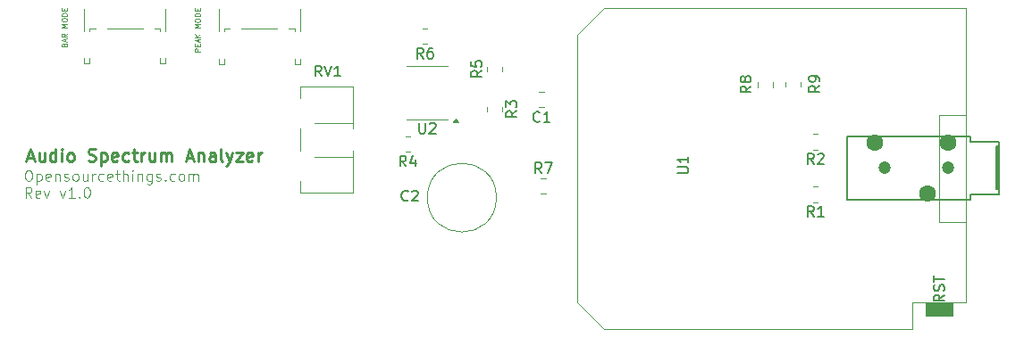
<source format=gbr>
%TF.GenerationSoftware,KiCad,Pcbnew,8.0.7*%
%TF.CreationDate,2025-01-11T10:05:48+01:00*%
%TF.ProjectId,ESP32_Audio_Spectrum_SSD1322,45535033-325f-4417-9564-696f5f537065,rev?*%
%TF.SameCoordinates,Original*%
%TF.FileFunction,Legend,Top*%
%TF.FilePolarity,Positive*%
%FSLAX46Y46*%
G04 Gerber Fmt 4.6, Leading zero omitted, Abs format (unit mm)*
G04 Created by KiCad (PCBNEW 8.0.7) date 2025-01-11 10:05:48*
%MOMM*%
%LPD*%
G01*
G04 APERTURE LIST*
%ADD10C,0.125000*%
%ADD11C,0.250000*%
%ADD12C,0.150000*%
%ADD13C,0.120000*%
%ADD14C,0.127000*%
%ADD15C,0.100000*%
%ADD16C,1.200000*%
%ADD17C,1.600000*%
G04 APERTURE END LIST*
D10*
X114250807Y-98171175D02*
X114441283Y-98171175D01*
X114441283Y-98171175D02*
X114536521Y-98218794D01*
X114536521Y-98218794D02*
X114631759Y-98314032D01*
X114631759Y-98314032D02*
X114679378Y-98504508D01*
X114679378Y-98504508D02*
X114679378Y-98837841D01*
X114679378Y-98837841D02*
X114631759Y-99028317D01*
X114631759Y-99028317D02*
X114536521Y-99123556D01*
X114536521Y-99123556D02*
X114441283Y-99171175D01*
X114441283Y-99171175D02*
X114250807Y-99171175D01*
X114250807Y-99171175D02*
X114155569Y-99123556D01*
X114155569Y-99123556D02*
X114060331Y-99028317D01*
X114060331Y-99028317D02*
X114012712Y-98837841D01*
X114012712Y-98837841D02*
X114012712Y-98504508D01*
X114012712Y-98504508D02*
X114060331Y-98314032D01*
X114060331Y-98314032D02*
X114155569Y-98218794D01*
X114155569Y-98218794D02*
X114250807Y-98171175D01*
X115107950Y-98504508D02*
X115107950Y-99504508D01*
X115107950Y-98552127D02*
X115203188Y-98504508D01*
X115203188Y-98504508D02*
X115393664Y-98504508D01*
X115393664Y-98504508D02*
X115488902Y-98552127D01*
X115488902Y-98552127D02*
X115536521Y-98599746D01*
X115536521Y-98599746D02*
X115584140Y-98694984D01*
X115584140Y-98694984D02*
X115584140Y-98980698D01*
X115584140Y-98980698D02*
X115536521Y-99075936D01*
X115536521Y-99075936D02*
X115488902Y-99123556D01*
X115488902Y-99123556D02*
X115393664Y-99171175D01*
X115393664Y-99171175D02*
X115203188Y-99171175D01*
X115203188Y-99171175D02*
X115107950Y-99123556D01*
X116393664Y-99123556D02*
X116298426Y-99171175D01*
X116298426Y-99171175D02*
X116107950Y-99171175D01*
X116107950Y-99171175D02*
X116012712Y-99123556D01*
X116012712Y-99123556D02*
X115965093Y-99028317D01*
X115965093Y-99028317D02*
X115965093Y-98647365D01*
X115965093Y-98647365D02*
X116012712Y-98552127D01*
X116012712Y-98552127D02*
X116107950Y-98504508D01*
X116107950Y-98504508D02*
X116298426Y-98504508D01*
X116298426Y-98504508D02*
X116393664Y-98552127D01*
X116393664Y-98552127D02*
X116441283Y-98647365D01*
X116441283Y-98647365D02*
X116441283Y-98742603D01*
X116441283Y-98742603D02*
X115965093Y-98837841D01*
X116869855Y-98504508D02*
X116869855Y-99171175D01*
X116869855Y-98599746D02*
X116917474Y-98552127D01*
X116917474Y-98552127D02*
X117012712Y-98504508D01*
X117012712Y-98504508D02*
X117155569Y-98504508D01*
X117155569Y-98504508D02*
X117250807Y-98552127D01*
X117250807Y-98552127D02*
X117298426Y-98647365D01*
X117298426Y-98647365D02*
X117298426Y-99171175D01*
X117726998Y-99123556D02*
X117822236Y-99171175D01*
X117822236Y-99171175D02*
X118012712Y-99171175D01*
X118012712Y-99171175D02*
X118107950Y-99123556D01*
X118107950Y-99123556D02*
X118155569Y-99028317D01*
X118155569Y-99028317D02*
X118155569Y-98980698D01*
X118155569Y-98980698D02*
X118107950Y-98885460D01*
X118107950Y-98885460D02*
X118012712Y-98837841D01*
X118012712Y-98837841D02*
X117869855Y-98837841D01*
X117869855Y-98837841D02*
X117774617Y-98790222D01*
X117774617Y-98790222D02*
X117726998Y-98694984D01*
X117726998Y-98694984D02*
X117726998Y-98647365D01*
X117726998Y-98647365D02*
X117774617Y-98552127D01*
X117774617Y-98552127D02*
X117869855Y-98504508D01*
X117869855Y-98504508D02*
X118012712Y-98504508D01*
X118012712Y-98504508D02*
X118107950Y-98552127D01*
X118726998Y-99171175D02*
X118631760Y-99123556D01*
X118631760Y-99123556D02*
X118584141Y-99075936D01*
X118584141Y-99075936D02*
X118536522Y-98980698D01*
X118536522Y-98980698D02*
X118536522Y-98694984D01*
X118536522Y-98694984D02*
X118584141Y-98599746D01*
X118584141Y-98599746D02*
X118631760Y-98552127D01*
X118631760Y-98552127D02*
X118726998Y-98504508D01*
X118726998Y-98504508D02*
X118869855Y-98504508D01*
X118869855Y-98504508D02*
X118965093Y-98552127D01*
X118965093Y-98552127D02*
X119012712Y-98599746D01*
X119012712Y-98599746D02*
X119060331Y-98694984D01*
X119060331Y-98694984D02*
X119060331Y-98980698D01*
X119060331Y-98980698D02*
X119012712Y-99075936D01*
X119012712Y-99075936D02*
X118965093Y-99123556D01*
X118965093Y-99123556D02*
X118869855Y-99171175D01*
X118869855Y-99171175D02*
X118726998Y-99171175D01*
X119917474Y-98504508D02*
X119917474Y-99171175D01*
X119488903Y-98504508D02*
X119488903Y-99028317D01*
X119488903Y-99028317D02*
X119536522Y-99123556D01*
X119536522Y-99123556D02*
X119631760Y-99171175D01*
X119631760Y-99171175D02*
X119774617Y-99171175D01*
X119774617Y-99171175D02*
X119869855Y-99123556D01*
X119869855Y-99123556D02*
X119917474Y-99075936D01*
X120393665Y-99171175D02*
X120393665Y-98504508D01*
X120393665Y-98694984D02*
X120441284Y-98599746D01*
X120441284Y-98599746D02*
X120488903Y-98552127D01*
X120488903Y-98552127D02*
X120584141Y-98504508D01*
X120584141Y-98504508D02*
X120679379Y-98504508D01*
X121441284Y-99123556D02*
X121346046Y-99171175D01*
X121346046Y-99171175D02*
X121155570Y-99171175D01*
X121155570Y-99171175D02*
X121060332Y-99123556D01*
X121060332Y-99123556D02*
X121012713Y-99075936D01*
X121012713Y-99075936D02*
X120965094Y-98980698D01*
X120965094Y-98980698D02*
X120965094Y-98694984D01*
X120965094Y-98694984D02*
X121012713Y-98599746D01*
X121012713Y-98599746D02*
X121060332Y-98552127D01*
X121060332Y-98552127D02*
X121155570Y-98504508D01*
X121155570Y-98504508D02*
X121346046Y-98504508D01*
X121346046Y-98504508D02*
X121441284Y-98552127D01*
X122250808Y-99123556D02*
X122155570Y-99171175D01*
X122155570Y-99171175D02*
X121965094Y-99171175D01*
X121965094Y-99171175D02*
X121869856Y-99123556D01*
X121869856Y-99123556D02*
X121822237Y-99028317D01*
X121822237Y-99028317D02*
X121822237Y-98647365D01*
X121822237Y-98647365D02*
X121869856Y-98552127D01*
X121869856Y-98552127D02*
X121965094Y-98504508D01*
X121965094Y-98504508D02*
X122155570Y-98504508D01*
X122155570Y-98504508D02*
X122250808Y-98552127D01*
X122250808Y-98552127D02*
X122298427Y-98647365D01*
X122298427Y-98647365D02*
X122298427Y-98742603D01*
X122298427Y-98742603D02*
X121822237Y-98837841D01*
X122584142Y-98504508D02*
X122965094Y-98504508D01*
X122726999Y-98171175D02*
X122726999Y-99028317D01*
X122726999Y-99028317D02*
X122774618Y-99123556D01*
X122774618Y-99123556D02*
X122869856Y-99171175D01*
X122869856Y-99171175D02*
X122965094Y-99171175D01*
X123298428Y-99171175D02*
X123298428Y-98171175D01*
X123726999Y-99171175D02*
X123726999Y-98647365D01*
X123726999Y-98647365D02*
X123679380Y-98552127D01*
X123679380Y-98552127D02*
X123584142Y-98504508D01*
X123584142Y-98504508D02*
X123441285Y-98504508D01*
X123441285Y-98504508D02*
X123346047Y-98552127D01*
X123346047Y-98552127D02*
X123298428Y-98599746D01*
X124203190Y-99171175D02*
X124203190Y-98504508D01*
X124203190Y-98171175D02*
X124155571Y-98218794D01*
X124155571Y-98218794D02*
X124203190Y-98266413D01*
X124203190Y-98266413D02*
X124250809Y-98218794D01*
X124250809Y-98218794D02*
X124203190Y-98171175D01*
X124203190Y-98171175D02*
X124203190Y-98266413D01*
X124679380Y-98504508D02*
X124679380Y-99171175D01*
X124679380Y-98599746D02*
X124726999Y-98552127D01*
X124726999Y-98552127D02*
X124822237Y-98504508D01*
X124822237Y-98504508D02*
X124965094Y-98504508D01*
X124965094Y-98504508D02*
X125060332Y-98552127D01*
X125060332Y-98552127D02*
X125107951Y-98647365D01*
X125107951Y-98647365D02*
X125107951Y-99171175D01*
X126012713Y-98504508D02*
X126012713Y-99314032D01*
X126012713Y-99314032D02*
X125965094Y-99409270D01*
X125965094Y-99409270D02*
X125917475Y-99456889D01*
X125917475Y-99456889D02*
X125822237Y-99504508D01*
X125822237Y-99504508D02*
X125679380Y-99504508D01*
X125679380Y-99504508D02*
X125584142Y-99456889D01*
X126012713Y-99123556D02*
X125917475Y-99171175D01*
X125917475Y-99171175D02*
X125726999Y-99171175D01*
X125726999Y-99171175D02*
X125631761Y-99123556D01*
X125631761Y-99123556D02*
X125584142Y-99075936D01*
X125584142Y-99075936D02*
X125536523Y-98980698D01*
X125536523Y-98980698D02*
X125536523Y-98694984D01*
X125536523Y-98694984D02*
X125584142Y-98599746D01*
X125584142Y-98599746D02*
X125631761Y-98552127D01*
X125631761Y-98552127D02*
X125726999Y-98504508D01*
X125726999Y-98504508D02*
X125917475Y-98504508D01*
X125917475Y-98504508D02*
X126012713Y-98552127D01*
X126441285Y-99123556D02*
X126536523Y-99171175D01*
X126536523Y-99171175D02*
X126726999Y-99171175D01*
X126726999Y-99171175D02*
X126822237Y-99123556D01*
X126822237Y-99123556D02*
X126869856Y-99028317D01*
X126869856Y-99028317D02*
X126869856Y-98980698D01*
X126869856Y-98980698D02*
X126822237Y-98885460D01*
X126822237Y-98885460D02*
X126726999Y-98837841D01*
X126726999Y-98837841D02*
X126584142Y-98837841D01*
X126584142Y-98837841D02*
X126488904Y-98790222D01*
X126488904Y-98790222D02*
X126441285Y-98694984D01*
X126441285Y-98694984D02*
X126441285Y-98647365D01*
X126441285Y-98647365D02*
X126488904Y-98552127D01*
X126488904Y-98552127D02*
X126584142Y-98504508D01*
X126584142Y-98504508D02*
X126726999Y-98504508D01*
X126726999Y-98504508D02*
X126822237Y-98552127D01*
X127298428Y-99075936D02*
X127346047Y-99123556D01*
X127346047Y-99123556D02*
X127298428Y-99171175D01*
X127298428Y-99171175D02*
X127250809Y-99123556D01*
X127250809Y-99123556D02*
X127298428Y-99075936D01*
X127298428Y-99075936D02*
X127298428Y-99171175D01*
X128203189Y-99123556D02*
X128107951Y-99171175D01*
X128107951Y-99171175D02*
X127917475Y-99171175D01*
X127917475Y-99171175D02*
X127822237Y-99123556D01*
X127822237Y-99123556D02*
X127774618Y-99075936D01*
X127774618Y-99075936D02*
X127726999Y-98980698D01*
X127726999Y-98980698D02*
X127726999Y-98694984D01*
X127726999Y-98694984D02*
X127774618Y-98599746D01*
X127774618Y-98599746D02*
X127822237Y-98552127D01*
X127822237Y-98552127D02*
X127917475Y-98504508D01*
X127917475Y-98504508D02*
X128107951Y-98504508D01*
X128107951Y-98504508D02*
X128203189Y-98552127D01*
X128774618Y-99171175D02*
X128679380Y-99123556D01*
X128679380Y-99123556D02*
X128631761Y-99075936D01*
X128631761Y-99075936D02*
X128584142Y-98980698D01*
X128584142Y-98980698D02*
X128584142Y-98694984D01*
X128584142Y-98694984D02*
X128631761Y-98599746D01*
X128631761Y-98599746D02*
X128679380Y-98552127D01*
X128679380Y-98552127D02*
X128774618Y-98504508D01*
X128774618Y-98504508D02*
X128917475Y-98504508D01*
X128917475Y-98504508D02*
X129012713Y-98552127D01*
X129012713Y-98552127D02*
X129060332Y-98599746D01*
X129060332Y-98599746D02*
X129107951Y-98694984D01*
X129107951Y-98694984D02*
X129107951Y-98980698D01*
X129107951Y-98980698D02*
X129060332Y-99075936D01*
X129060332Y-99075936D02*
X129012713Y-99123556D01*
X129012713Y-99123556D02*
X128917475Y-99171175D01*
X128917475Y-99171175D02*
X128774618Y-99171175D01*
X129536523Y-99171175D02*
X129536523Y-98504508D01*
X129536523Y-98599746D02*
X129584142Y-98552127D01*
X129584142Y-98552127D02*
X129679380Y-98504508D01*
X129679380Y-98504508D02*
X129822237Y-98504508D01*
X129822237Y-98504508D02*
X129917475Y-98552127D01*
X129917475Y-98552127D02*
X129965094Y-98647365D01*
X129965094Y-98647365D02*
X129965094Y-99171175D01*
X129965094Y-98647365D02*
X130012713Y-98552127D01*
X130012713Y-98552127D02*
X130107951Y-98504508D01*
X130107951Y-98504508D02*
X130250808Y-98504508D01*
X130250808Y-98504508D02*
X130346047Y-98552127D01*
X130346047Y-98552127D02*
X130393666Y-98647365D01*
X130393666Y-98647365D02*
X130393666Y-99171175D01*
X114631759Y-100781119D02*
X114298426Y-100304928D01*
X114060331Y-100781119D02*
X114060331Y-99781119D01*
X114060331Y-99781119D02*
X114441283Y-99781119D01*
X114441283Y-99781119D02*
X114536521Y-99828738D01*
X114536521Y-99828738D02*
X114584140Y-99876357D01*
X114584140Y-99876357D02*
X114631759Y-99971595D01*
X114631759Y-99971595D02*
X114631759Y-100114452D01*
X114631759Y-100114452D02*
X114584140Y-100209690D01*
X114584140Y-100209690D02*
X114536521Y-100257309D01*
X114536521Y-100257309D02*
X114441283Y-100304928D01*
X114441283Y-100304928D02*
X114060331Y-100304928D01*
X115441283Y-100733500D02*
X115346045Y-100781119D01*
X115346045Y-100781119D02*
X115155569Y-100781119D01*
X115155569Y-100781119D02*
X115060331Y-100733500D01*
X115060331Y-100733500D02*
X115012712Y-100638261D01*
X115012712Y-100638261D02*
X115012712Y-100257309D01*
X115012712Y-100257309D02*
X115060331Y-100162071D01*
X115060331Y-100162071D02*
X115155569Y-100114452D01*
X115155569Y-100114452D02*
X115346045Y-100114452D01*
X115346045Y-100114452D02*
X115441283Y-100162071D01*
X115441283Y-100162071D02*
X115488902Y-100257309D01*
X115488902Y-100257309D02*
X115488902Y-100352547D01*
X115488902Y-100352547D02*
X115012712Y-100447785D01*
X115822236Y-100114452D02*
X116060331Y-100781119D01*
X116060331Y-100781119D02*
X116298426Y-100114452D01*
X117346046Y-100114452D02*
X117584141Y-100781119D01*
X117584141Y-100781119D02*
X117822236Y-100114452D01*
X118726998Y-100781119D02*
X118155570Y-100781119D01*
X118441284Y-100781119D02*
X118441284Y-99781119D01*
X118441284Y-99781119D02*
X118346046Y-99923976D01*
X118346046Y-99923976D02*
X118250808Y-100019214D01*
X118250808Y-100019214D02*
X118155570Y-100066833D01*
X119155570Y-100685880D02*
X119203189Y-100733500D01*
X119203189Y-100733500D02*
X119155570Y-100781119D01*
X119155570Y-100781119D02*
X119107951Y-100733500D01*
X119107951Y-100733500D02*
X119155570Y-100685880D01*
X119155570Y-100685880D02*
X119155570Y-100781119D01*
X119822236Y-99781119D02*
X119917474Y-99781119D01*
X119917474Y-99781119D02*
X120012712Y-99828738D01*
X120012712Y-99828738D02*
X120060331Y-99876357D01*
X120060331Y-99876357D02*
X120107950Y-99971595D01*
X120107950Y-99971595D02*
X120155569Y-100162071D01*
X120155569Y-100162071D02*
X120155569Y-100400166D01*
X120155569Y-100400166D02*
X120107950Y-100590642D01*
X120107950Y-100590642D02*
X120060331Y-100685880D01*
X120060331Y-100685880D02*
X120012712Y-100733500D01*
X120012712Y-100733500D02*
X119917474Y-100781119D01*
X119917474Y-100781119D02*
X119822236Y-100781119D01*
X119822236Y-100781119D02*
X119726998Y-100733500D01*
X119726998Y-100733500D02*
X119679379Y-100685880D01*
X119679379Y-100685880D02*
X119631760Y-100590642D01*
X119631760Y-100590642D02*
X119584141Y-100400166D01*
X119584141Y-100400166D02*
X119584141Y-100162071D01*
X119584141Y-100162071D02*
X119631760Y-99971595D01*
X119631760Y-99971595D02*
X119679379Y-99876357D01*
X119679379Y-99876357D02*
X119726998Y-99828738D01*
X119726998Y-99828738D02*
X119822236Y-99781119D01*
D11*
X114243044Y-96977285D02*
X114814473Y-96977285D01*
X114128758Y-97320142D02*
X114528758Y-96120142D01*
X114528758Y-96120142D02*
X114928758Y-97320142D01*
X115843044Y-96520142D02*
X115843044Y-97320142D01*
X115328758Y-96520142D02*
X115328758Y-97148714D01*
X115328758Y-97148714D02*
X115385901Y-97263000D01*
X115385901Y-97263000D02*
X115500186Y-97320142D01*
X115500186Y-97320142D02*
X115671615Y-97320142D01*
X115671615Y-97320142D02*
X115785901Y-97263000D01*
X115785901Y-97263000D02*
X115843044Y-97205857D01*
X116928758Y-97320142D02*
X116928758Y-96120142D01*
X116928758Y-97263000D02*
X116814472Y-97320142D01*
X116814472Y-97320142D02*
X116585900Y-97320142D01*
X116585900Y-97320142D02*
X116471615Y-97263000D01*
X116471615Y-97263000D02*
X116414472Y-97205857D01*
X116414472Y-97205857D02*
X116357329Y-97091571D01*
X116357329Y-97091571D02*
X116357329Y-96748714D01*
X116357329Y-96748714D02*
X116414472Y-96634428D01*
X116414472Y-96634428D02*
X116471615Y-96577285D01*
X116471615Y-96577285D02*
X116585900Y-96520142D01*
X116585900Y-96520142D02*
X116814472Y-96520142D01*
X116814472Y-96520142D02*
X116928758Y-96577285D01*
X117500186Y-97320142D02*
X117500186Y-96520142D01*
X117500186Y-96120142D02*
X117443043Y-96177285D01*
X117443043Y-96177285D02*
X117500186Y-96234428D01*
X117500186Y-96234428D02*
X117557329Y-96177285D01*
X117557329Y-96177285D02*
X117500186Y-96120142D01*
X117500186Y-96120142D02*
X117500186Y-96234428D01*
X118243043Y-97320142D02*
X118128758Y-97263000D01*
X118128758Y-97263000D02*
X118071615Y-97205857D01*
X118071615Y-97205857D02*
X118014472Y-97091571D01*
X118014472Y-97091571D02*
X118014472Y-96748714D01*
X118014472Y-96748714D02*
X118071615Y-96634428D01*
X118071615Y-96634428D02*
X118128758Y-96577285D01*
X118128758Y-96577285D02*
X118243043Y-96520142D01*
X118243043Y-96520142D02*
X118414472Y-96520142D01*
X118414472Y-96520142D02*
X118528758Y-96577285D01*
X118528758Y-96577285D02*
X118585901Y-96634428D01*
X118585901Y-96634428D02*
X118643043Y-96748714D01*
X118643043Y-96748714D02*
X118643043Y-97091571D01*
X118643043Y-97091571D02*
X118585901Y-97205857D01*
X118585901Y-97205857D02*
X118528758Y-97263000D01*
X118528758Y-97263000D02*
X118414472Y-97320142D01*
X118414472Y-97320142D02*
X118243043Y-97320142D01*
X120014472Y-97263000D02*
X120185901Y-97320142D01*
X120185901Y-97320142D02*
X120471615Y-97320142D01*
X120471615Y-97320142D02*
X120585901Y-97263000D01*
X120585901Y-97263000D02*
X120643043Y-97205857D01*
X120643043Y-97205857D02*
X120700186Y-97091571D01*
X120700186Y-97091571D02*
X120700186Y-96977285D01*
X120700186Y-96977285D02*
X120643043Y-96863000D01*
X120643043Y-96863000D02*
X120585901Y-96805857D01*
X120585901Y-96805857D02*
X120471615Y-96748714D01*
X120471615Y-96748714D02*
X120243043Y-96691571D01*
X120243043Y-96691571D02*
X120128758Y-96634428D01*
X120128758Y-96634428D02*
X120071615Y-96577285D01*
X120071615Y-96577285D02*
X120014472Y-96463000D01*
X120014472Y-96463000D02*
X120014472Y-96348714D01*
X120014472Y-96348714D02*
X120071615Y-96234428D01*
X120071615Y-96234428D02*
X120128758Y-96177285D01*
X120128758Y-96177285D02*
X120243043Y-96120142D01*
X120243043Y-96120142D02*
X120528758Y-96120142D01*
X120528758Y-96120142D02*
X120700186Y-96177285D01*
X121214472Y-96520142D02*
X121214472Y-97720142D01*
X121214472Y-96577285D02*
X121328758Y-96520142D01*
X121328758Y-96520142D02*
X121557329Y-96520142D01*
X121557329Y-96520142D02*
X121671615Y-96577285D01*
X121671615Y-96577285D02*
X121728758Y-96634428D01*
X121728758Y-96634428D02*
X121785900Y-96748714D01*
X121785900Y-96748714D02*
X121785900Y-97091571D01*
X121785900Y-97091571D02*
X121728758Y-97205857D01*
X121728758Y-97205857D02*
X121671615Y-97263000D01*
X121671615Y-97263000D02*
X121557329Y-97320142D01*
X121557329Y-97320142D02*
X121328758Y-97320142D01*
X121328758Y-97320142D02*
X121214472Y-97263000D01*
X122757329Y-97263000D02*
X122643043Y-97320142D01*
X122643043Y-97320142D02*
X122414472Y-97320142D01*
X122414472Y-97320142D02*
X122300186Y-97263000D01*
X122300186Y-97263000D02*
X122243043Y-97148714D01*
X122243043Y-97148714D02*
X122243043Y-96691571D01*
X122243043Y-96691571D02*
X122300186Y-96577285D01*
X122300186Y-96577285D02*
X122414472Y-96520142D01*
X122414472Y-96520142D02*
X122643043Y-96520142D01*
X122643043Y-96520142D02*
X122757329Y-96577285D01*
X122757329Y-96577285D02*
X122814472Y-96691571D01*
X122814472Y-96691571D02*
X122814472Y-96805857D01*
X122814472Y-96805857D02*
X122243043Y-96920142D01*
X123843043Y-97263000D02*
X123728757Y-97320142D01*
X123728757Y-97320142D02*
X123500185Y-97320142D01*
X123500185Y-97320142D02*
X123385900Y-97263000D01*
X123385900Y-97263000D02*
X123328757Y-97205857D01*
X123328757Y-97205857D02*
X123271614Y-97091571D01*
X123271614Y-97091571D02*
X123271614Y-96748714D01*
X123271614Y-96748714D02*
X123328757Y-96634428D01*
X123328757Y-96634428D02*
X123385900Y-96577285D01*
X123385900Y-96577285D02*
X123500185Y-96520142D01*
X123500185Y-96520142D02*
X123728757Y-96520142D01*
X123728757Y-96520142D02*
X123843043Y-96577285D01*
X124185899Y-96520142D02*
X124643042Y-96520142D01*
X124357328Y-96120142D02*
X124357328Y-97148714D01*
X124357328Y-97148714D02*
X124414471Y-97263000D01*
X124414471Y-97263000D02*
X124528756Y-97320142D01*
X124528756Y-97320142D02*
X124643042Y-97320142D01*
X125043042Y-97320142D02*
X125043042Y-96520142D01*
X125043042Y-96748714D02*
X125100185Y-96634428D01*
X125100185Y-96634428D02*
X125157328Y-96577285D01*
X125157328Y-96577285D02*
X125271613Y-96520142D01*
X125271613Y-96520142D02*
X125385899Y-96520142D01*
X126300185Y-96520142D02*
X126300185Y-97320142D01*
X125785899Y-96520142D02*
X125785899Y-97148714D01*
X125785899Y-97148714D02*
X125843042Y-97263000D01*
X125843042Y-97263000D02*
X125957327Y-97320142D01*
X125957327Y-97320142D02*
X126128756Y-97320142D01*
X126128756Y-97320142D02*
X126243042Y-97263000D01*
X126243042Y-97263000D02*
X126300185Y-97205857D01*
X126871613Y-97320142D02*
X126871613Y-96520142D01*
X126871613Y-96634428D02*
X126928756Y-96577285D01*
X126928756Y-96577285D02*
X127043041Y-96520142D01*
X127043041Y-96520142D02*
X127214470Y-96520142D01*
X127214470Y-96520142D02*
X127328756Y-96577285D01*
X127328756Y-96577285D02*
X127385899Y-96691571D01*
X127385899Y-96691571D02*
X127385899Y-97320142D01*
X127385899Y-96691571D02*
X127443041Y-96577285D01*
X127443041Y-96577285D02*
X127557327Y-96520142D01*
X127557327Y-96520142D02*
X127728756Y-96520142D01*
X127728756Y-96520142D02*
X127843041Y-96577285D01*
X127843041Y-96577285D02*
X127900184Y-96691571D01*
X127900184Y-96691571D02*
X127900184Y-97320142D01*
X129328756Y-96977285D02*
X129900185Y-96977285D01*
X129214470Y-97320142D02*
X129614470Y-96120142D01*
X129614470Y-96120142D02*
X130014470Y-97320142D01*
X130414470Y-96520142D02*
X130414470Y-97320142D01*
X130414470Y-96634428D02*
X130471613Y-96577285D01*
X130471613Y-96577285D02*
X130585898Y-96520142D01*
X130585898Y-96520142D02*
X130757327Y-96520142D01*
X130757327Y-96520142D02*
X130871613Y-96577285D01*
X130871613Y-96577285D02*
X130928756Y-96691571D01*
X130928756Y-96691571D02*
X130928756Y-97320142D01*
X132014470Y-97320142D02*
X132014470Y-96691571D01*
X132014470Y-96691571D02*
X131957327Y-96577285D01*
X131957327Y-96577285D02*
X131843041Y-96520142D01*
X131843041Y-96520142D02*
X131614470Y-96520142D01*
X131614470Y-96520142D02*
X131500184Y-96577285D01*
X132014470Y-97263000D02*
X131900184Y-97320142D01*
X131900184Y-97320142D02*
X131614470Y-97320142D01*
X131614470Y-97320142D02*
X131500184Y-97263000D01*
X131500184Y-97263000D02*
X131443041Y-97148714D01*
X131443041Y-97148714D02*
X131443041Y-97034428D01*
X131443041Y-97034428D02*
X131500184Y-96920142D01*
X131500184Y-96920142D02*
X131614470Y-96863000D01*
X131614470Y-96863000D02*
X131900184Y-96863000D01*
X131900184Y-96863000D02*
X132014470Y-96805857D01*
X132757326Y-97320142D02*
X132643041Y-97263000D01*
X132643041Y-97263000D02*
X132585898Y-97148714D01*
X132585898Y-97148714D02*
X132585898Y-96120142D01*
X133100183Y-96520142D02*
X133385897Y-97320142D01*
X133671612Y-96520142D02*
X133385897Y-97320142D01*
X133385897Y-97320142D02*
X133271612Y-97605857D01*
X133271612Y-97605857D02*
X133214469Y-97663000D01*
X133214469Y-97663000D02*
X133100183Y-97720142D01*
X134014469Y-96520142D02*
X134643041Y-96520142D01*
X134643041Y-96520142D02*
X134014469Y-97320142D01*
X134014469Y-97320142D02*
X134643041Y-97320142D01*
X135557327Y-97263000D02*
X135443041Y-97320142D01*
X135443041Y-97320142D02*
X135214470Y-97320142D01*
X135214470Y-97320142D02*
X135100184Y-97263000D01*
X135100184Y-97263000D02*
X135043041Y-97148714D01*
X135043041Y-97148714D02*
X135043041Y-96691571D01*
X135043041Y-96691571D02*
X135100184Y-96577285D01*
X135100184Y-96577285D02*
X135214470Y-96520142D01*
X135214470Y-96520142D02*
X135443041Y-96520142D01*
X135443041Y-96520142D02*
X135557327Y-96577285D01*
X135557327Y-96577285D02*
X135614470Y-96691571D01*
X135614470Y-96691571D02*
X135614470Y-96805857D01*
X135614470Y-96805857D02*
X135043041Y-96920142D01*
X136128755Y-97320142D02*
X136128755Y-96520142D01*
X136128755Y-96748714D02*
X136185898Y-96634428D01*
X136185898Y-96634428D02*
X136243041Y-96577285D01*
X136243041Y-96577285D02*
X136357326Y-96520142D01*
X136357326Y-96520142D02*
X136471612Y-96520142D01*
D10*
X117732904Y-86252856D02*
X117756714Y-86181428D01*
X117756714Y-86181428D02*
X117780523Y-86157618D01*
X117780523Y-86157618D02*
X117828142Y-86133809D01*
X117828142Y-86133809D02*
X117899571Y-86133809D01*
X117899571Y-86133809D02*
X117947190Y-86157618D01*
X117947190Y-86157618D02*
X117971000Y-86181428D01*
X117971000Y-86181428D02*
X117994809Y-86229047D01*
X117994809Y-86229047D02*
X117994809Y-86419523D01*
X117994809Y-86419523D02*
X117494809Y-86419523D01*
X117494809Y-86419523D02*
X117494809Y-86252856D01*
X117494809Y-86252856D02*
X117518619Y-86205237D01*
X117518619Y-86205237D02*
X117542428Y-86181428D01*
X117542428Y-86181428D02*
X117590047Y-86157618D01*
X117590047Y-86157618D02*
X117637666Y-86157618D01*
X117637666Y-86157618D02*
X117685285Y-86181428D01*
X117685285Y-86181428D02*
X117709095Y-86205237D01*
X117709095Y-86205237D02*
X117732904Y-86252856D01*
X117732904Y-86252856D02*
X117732904Y-86419523D01*
X117851952Y-85943332D02*
X117851952Y-85705237D01*
X117994809Y-85990951D02*
X117494809Y-85824285D01*
X117494809Y-85824285D02*
X117994809Y-85657618D01*
X117994809Y-85205238D02*
X117756714Y-85371904D01*
X117994809Y-85490952D02*
X117494809Y-85490952D01*
X117494809Y-85490952D02*
X117494809Y-85300476D01*
X117494809Y-85300476D02*
X117518619Y-85252857D01*
X117518619Y-85252857D02*
X117542428Y-85229047D01*
X117542428Y-85229047D02*
X117590047Y-85205238D01*
X117590047Y-85205238D02*
X117661476Y-85205238D01*
X117661476Y-85205238D02*
X117709095Y-85229047D01*
X117709095Y-85229047D02*
X117732904Y-85252857D01*
X117732904Y-85252857D02*
X117756714Y-85300476D01*
X117756714Y-85300476D02*
X117756714Y-85490952D01*
X117994809Y-84610000D02*
X117494809Y-84610000D01*
X117494809Y-84610000D02*
X117851952Y-84443333D01*
X117851952Y-84443333D02*
X117494809Y-84276667D01*
X117494809Y-84276667D02*
X117994809Y-84276667D01*
X117494809Y-83943333D02*
X117494809Y-83848095D01*
X117494809Y-83848095D02*
X117518619Y-83800476D01*
X117518619Y-83800476D02*
X117566238Y-83752857D01*
X117566238Y-83752857D02*
X117661476Y-83729047D01*
X117661476Y-83729047D02*
X117828142Y-83729047D01*
X117828142Y-83729047D02*
X117923380Y-83752857D01*
X117923380Y-83752857D02*
X117971000Y-83800476D01*
X117971000Y-83800476D02*
X117994809Y-83848095D01*
X117994809Y-83848095D02*
X117994809Y-83943333D01*
X117994809Y-83943333D02*
X117971000Y-83990952D01*
X117971000Y-83990952D02*
X117923380Y-84038571D01*
X117923380Y-84038571D02*
X117828142Y-84062380D01*
X117828142Y-84062380D02*
X117661476Y-84062380D01*
X117661476Y-84062380D02*
X117566238Y-84038571D01*
X117566238Y-84038571D02*
X117518619Y-83990952D01*
X117518619Y-83990952D02*
X117494809Y-83943333D01*
X117994809Y-83514761D02*
X117494809Y-83514761D01*
X117494809Y-83514761D02*
X117494809Y-83395713D01*
X117494809Y-83395713D02*
X117518619Y-83324285D01*
X117518619Y-83324285D02*
X117566238Y-83276666D01*
X117566238Y-83276666D02*
X117613857Y-83252856D01*
X117613857Y-83252856D02*
X117709095Y-83229047D01*
X117709095Y-83229047D02*
X117780523Y-83229047D01*
X117780523Y-83229047D02*
X117875761Y-83252856D01*
X117875761Y-83252856D02*
X117923380Y-83276666D01*
X117923380Y-83276666D02*
X117971000Y-83324285D01*
X117971000Y-83324285D02*
X117994809Y-83395713D01*
X117994809Y-83395713D02*
X117994809Y-83514761D01*
X117732904Y-83014761D02*
X117732904Y-82848094D01*
X117994809Y-82776666D02*
X117994809Y-83014761D01*
X117994809Y-83014761D02*
X117494809Y-83014761D01*
X117494809Y-83014761D02*
X117494809Y-82776666D01*
D12*
X157299819Y-88714166D02*
X156823628Y-89047499D01*
X157299819Y-89285594D02*
X156299819Y-89285594D01*
X156299819Y-89285594D02*
X156299819Y-88904642D01*
X156299819Y-88904642D02*
X156347438Y-88809404D01*
X156347438Y-88809404D02*
X156395057Y-88761785D01*
X156395057Y-88761785D02*
X156490295Y-88714166D01*
X156490295Y-88714166D02*
X156633152Y-88714166D01*
X156633152Y-88714166D02*
X156728390Y-88761785D01*
X156728390Y-88761785D02*
X156776009Y-88809404D01*
X156776009Y-88809404D02*
X156823628Y-88904642D01*
X156823628Y-88904642D02*
X156823628Y-89285594D01*
X156299819Y-87809404D02*
X156299819Y-88285594D01*
X156299819Y-88285594D02*
X156776009Y-88333213D01*
X156776009Y-88333213D02*
X156728390Y-88285594D01*
X156728390Y-88285594D02*
X156680771Y-88190356D01*
X156680771Y-88190356D02*
X156680771Y-87952261D01*
X156680771Y-87952261D02*
X156728390Y-87857023D01*
X156728390Y-87857023D02*
X156776009Y-87809404D01*
X156776009Y-87809404D02*
X156871247Y-87761785D01*
X156871247Y-87761785D02*
X157109342Y-87761785D01*
X157109342Y-87761785D02*
X157204580Y-87809404D01*
X157204580Y-87809404D02*
X157252200Y-87857023D01*
X157252200Y-87857023D02*
X157299819Y-87952261D01*
X157299819Y-87952261D02*
X157299819Y-88190356D01*
X157299819Y-88190356D02*
X157252200Y-88285594D01*
X157252200Y-88285594D02*
X157204580Y-88333213D01*
X160599819Y-92539166D02*
X160123628Y-92872499D01*
X160599819Y-93110594D02*
X159599819Y-93110594D01*
X159599819Y-93110594D02*
X159599819Y-92729642D01*
X159599819Y-92729642D02*
X159647438Y-92634404D01*
X159647438Y-92634404D02*
X159695057Y-92586785D01*
X159695057Y-92586785D02*
X159790295Y-92539166D01*
X159790295Y-92539166D02*
X159933152Y-92539166D01*
X159933152Y-92539166D02*
X160028390Y-92586785D01*
X160028390Y-92586785D02*
X160076009Y-92634404D01*
X160076009Y-92634404D02*
X160123628Y-92729642D01*
X160123628Y-92729642D02*
X160123628Y-93110594D01*
X159599819Y-92205832D02*
X159599819Y-91586785D01*
X159599819Y-91586785D02*
X159980771Y-91920118D01*
X159980771Y-91920118D02*
X159980771Y-91777261D01*
X159980771Y-91777261D02*
X160028390Y-91682023D01*
X160028390Y-91682023D02*
X160076009Y-91634404D01*
X160076009Y-91634404D02*
X160171247Y-91586785D01*
X160171247Y-91586785D02*
X160409342Y-91586785D01*
X160409342Y-91586785D02*
X160504580Y-91634404D01*
X160504580Y-91634404D02*
X160552200Y-91682023D01*
X160552200Y-91682023D02*
X160599819Y-91777261D01*
X160599819Y-91777261D02*
X160599819Y-92062975D01*
X160599819Y-92062975D02*
X160552200Y-92158213D01*
X160552200Y-92158213D02*
X160504580Y-92205832D01*
X142104761Y-89234819D02*
X141771428Y-88758628D01*
X141533333Y-89234819D02*
X141533333Y-88234819D01*
X141533333Y-88234819D02*
X141914285Y-88234819D01*
X141914285Y-88234819D02*
X142009523Y-88282438D01*
X142009523Y-88282438D02*
X142057142Y-88330057D01*
X142057142Y-88330057D02*
X142104761Y-88425295D01*
X142104761Y-88425295D02*
X142104761Y-88568152D01*
X142104761Y-88568152D02*
X142057142Y-88663390D01*
X142057142Y-88663390D02*
X142009523Y-88711009D01*
X142009523Y-88711009D02*
X141914285Y-88758628D01*
X141914285Y-88758628D02*
X141533333Y-88758628D01*
X142390476Y-88234819D02*
X142723809Y-89234819D01*
X142723809Y-89234819D02*
X143057142Y-88234819D01*
X143914285Y-89234819D02*
X143342857Y-89234819D01*
X143628571Y-89234819D02*
X143628571Y-88234819D01*
X143628571Y-88234819D02*
X143533333Y-88377676D01*
X143533333Y-88377676D02*
X143438095Y-88472914D01*
X143438095Y-88472914D02*
X143342857Y-88520533D01*
X150110833Y-97794819D02*
X149777500Y-97318628D01*
X149539405Y-97794819D02*
X149539405Y-96794819D01*
X149539405Y-96794819D02*
X149920357Y-96794819D01*
X149920357Y-96794819D02*
X150015595Y-96842438D01*
X150015595Y-96842438D02*
X150063214Y-96890057D01*
X150063214Y-96890057D02*
X150110833Y-96985295D01*
X150110833Y-96985295D02*
X150110833Y-97128152D01*
X150110833Y-97128152D02*
X150063214Y-97223390D01*
X150063214Y-97223390D02*
X150015595Y-97271009D01*
X150015595Y-97271009D02*
X149920357Y-97318628D01*
X149920357Y-97318628D02*
X149539405Y-97318628D01*
X150967976Y-97128152D02*
X150967976Y-97794819D01*
X150729881Y-96747200D02*
X150491786Y-97461485D01*
X150491786Y-97461485D02*
X151110833Y-97461485D01*
X188740833Y-102564819D02*
X188407500Y-102088628D01*
X188169405Y-102564819D02*
X188169405Y-101564819D01*
X188169405Y-101564819D02*
X188550357Y-101564819D01*
X188550357Y-101564819D02*
X188645595Y-101612438D01*
X188645595Y-101612438D02*
X188693214Y-101660057D01*
X188693214Y-101660057D02*
X188740833Y-101755295D01*
X188740833Y-101755295D02*
X188740833Y-101898152D01*
X188740833Y-101898152D02*
X188693214Y-101993390D01*
X188693214Y-101993390D02*
X188645595Y-102041009D01*
X188645595Y-102041009D02*
X188550357Y-102088628D01*
X188550357Y-102088628D02*
X188169405Y-102088628D01*
X189693214Y-102564819D02*
X189121786Y-102564819D01*
X189407500Y-102564819D02*
X189407500Y-101564819D01*
X189407500Y-101564819D02*
X189312262Y-101707676D01*
X189312262Y-101707676D02*
X189217024Y-101802914D01*
X189217024Y-101802914D02*
X189121786Y-101850533D01*
X162778333Y-93499580D02*
X162730714Y-93547200D01*
X162730714Y-93547200D02*
X162587857Y-93594819D01*
X162587857Y-93594819D02*
X162492619Y-93594819D01*
X162492619Y-93594819D02*
X162349762Y-93547200D01*
X162349762Y-93547200D02*
X162254524Y-93451961D01*
X162254524Y-93451961D02*
X162206905Y-93356723D01*
X162206905Y-93356723D02*
X162159286Y-93166247D01*
X162159286Y-93166247D02*
X162159286Y-93023390D01*
X162159286Y-93023390D02*
X162206905Y-92832914D01*
X162206905Y-92832914D02*
X162254524Y-92737676D01*
X162254524Y-92737676D02*
X162349762Y-92642438D01*
X162349762Y-92642438D02*
X162492619Y-92594819D01*
X162492619Y-92594819D02*
X162587857Y-92594819D01*
X162587857Y-92594819D02*
X162730714Y-92642438D01*
X162730714Y-92642438D02*
X162778333Y-92690057D01*
X163730714Y-93594819D02*
X163159286Y-93594819D01*
X163445000Y-93594819D02*
X163445000Y-92594819D01*
X163445000Y-92594819D02*
X163349762Y-92737676D01*
X163349762Y-92737676D02*
X163254524Y-92832914D01*
X163254524Y-92832914D02*
X163159286Y-92880533D01*
X175849819Y-98451904D02*
X176659342Y-98451904D01*
X176659342Y-98451904D02*
X176754580Y-98404285D01*
X176754580Y-98404285D02*
X176802200Y-98356666D01*
X176802200Y-98356666D02*
X176849819Y-98261428D01*
X176849819Y-98261428D02*
X176849819Y-98070952D01*
X176849819Y-98070952D02*
X176802200Y-97975714D01*
X176802200Y-97975714D02*
X176754580Y-97928095D01*
X176754580Y-97928095D02*
X176659342Y-97880476D01*
X176659342Y-97880476D02*
X175849819Y-97880476D01*
X176849819Y-96880476D02*
X176849819Y-97451904D01*
X176849819Y-97166190D02*
X175849819Y-97166190D01*
X175849819Y-97166190D02*
X175992676Y-97261428D01*
X175992676Y-97261428D02*
X176087914Y-97356666D01*
X176087914Y-97356666D02*
X176135533Y-97451904D01*
X201119819Y-110007619D02*
X200643628Y-110340952D01*
X201119819Y-110579047D02*
X200119819Y-110579047D01*
X200119819Y-110579047D02*
X200119819Y-110198095D01*
X200119819Y-110198095D02*
X200167438Y-110102857D01*
X200167438Y-110102857D02*
X200215057Y-110055238D01*
X200215057Y-110055238D02*
X200310295Y-110007619D01*
X200310295Y-110007619D02*
X200453152Y-110007619D01*
X200453152Y-110007619D02*
X200548390Y-110055238D01*
X200548390Y-110055238D02*
X200596009Y-110102857D01*
X200596009Y-110102857D02*
X200643628Y-110198095D01*
X200643628Y-110198095D02*
X200643628Y-110579047D01*
X201072200Y-109626666D02*
X201119819Y-109483809D01*
X201119819Y-109483809D02*
X201119819Y-109245714D01*
X201119819Y-109245714D02*
X201072200Y-109150476D01*
X201072200Y-109150476D02*
X201024580Y-109102857D01*
X201024580Y-109102857D02*
X200929342Y-109055238D01*
X200929342Y-109055238D02*
X200834104Y-109055238D01*
X200834104Y-109055238D02*
X200738866Y-109102857D01*
X200738866Y-109102857D02*
X200691247Y-109150476D01*
X200691247Y-109150476D02*
X200643628Y-109245714D01*
X200643628Y-109245714D02*
X200596009Y-109436190D01*
X200596009Y-109436190D02*
X200548390Y-109531428D01*
X200548390Y-109531428D02*
X200500771Y-109579047D01*
X200500771Y-109579047D02*
X200405533Y-109626666D01*
X200405533Y-109626666D02*
X200310295Y-109626666D01*
X200310295Y-109626666D02*
X200215057Y-109579047D01*
X200215057Y-109579047D02*
X200167438Y-109531428D01*
X200167438Y-109531428D02*
X200119819Y-109436190D01*
X200119819Y-109436190D02*
X200119819Y-109198095D01*
X200119819Y-109198095D02*
X200167438Y-109055238D01*
X200119819Y-108769523D02*
X200119819Y-108198095D01*
X201119819Y-108483809D02*
X200119819Y-108483809D01*
X151358095Y-93679819D02*
X151358095Y-94489342D01*
X151358095Y-94489342D02*
X151405714Y-94584580D01*
X151405714Y-94584580D02*
X151453333Y-94632200D01*
X151453333Y-94632200D02*
X151548571Y-94679819D01*
X151548571Y-94679819D02*
X151739047Y-94679819D01*
X151739047Y-94679819D02*
X151834285Y-94632200D01*
X151834285Y-94632200D02*
X151881904Y-94584580D01*
X151881904Y-94584580D02*
X151929523Y-94489342D01*
X151929523Y-94489342D02*
X151929523Y-93679819D01*
X152358095Y-93775057D02*
X152405714Y-93727438D01*
X152405714Y-93727438D02*
X152500952Y-93679819D01*
X152500952Y-93679819D02*
X152739047Y-93679819D01*
X152739047Y-93679819D02*
X152834285Y-93727438D01*
X152834285Y-93727438D02*
X152881904Y-93775057D01*
X152881904Y-93775057D02*
X152929523Y-93870295D01*
X152929523Y-93870295D02*
X152929523Y-93965533D01*
X152929523Y-93965533D02*
X152881904Y-94108390D01*
X152881904Y-94108390D02*
X152310476Y-94679819D01*
X152310476Y-94679819D02*
X152929523Y-94679819D01*
X151740833Y-87564819D02*
X151407500Y-87088628D01*
X151169405Y-87564819D02*
X151169405Y-86564819D01*
X151169405Y-86564819D02*
X151550357Y-86564819D01*
X151550357Y-86564819D02*
X151645595Y-86612438D01*
X151645595Y-86612438D02*
X151693214Y-86660057D01*
X151693214Y-86660057D02*
X151740833Y-86755295D01*
X151740833Y-86755295D02*
X151740833Y-86898152D01*
X151740833Y-86898152D02*
X151693214Y-86993390D01*
X151693214Y-86993390D02*
X151645595Y-87041009D01*
X151645595Y-87041009D02*
X151550357Y-87088628D01*
X151550357Y-87088628D02*
X151169405Y-87088628D01*
X152597976Y-86564819D02*
X152407500Y-86564819D01*
X152407500Y-86564819D02*
X152312262Y-86612438D01*
X152312262Y-86612438D02*
X152264643Y-86660057D01*
X152264643Y-86660057D02*
X152169405Y-86802914D01*
X152169405Y-86802914D02*
X152121786Y-86993390D01*
X152121786Y-86993390D02*
X152121786Y-87374342D01*
X152121786Y-87374342D02*
X152169405Y-87469580D01*
X152169405Y-87469580D02*
X152217024Y-87517200D01*
X152217024Y-87517200D02*
X152312262Y-87564819D01*
X152312262Y-87564819D02*
X152502738Y-87564819D01*
X152502738Y-87564819D02*
X152597976Y-87517200D01*
X152597976Y-87517200D02*
X152645595Y-87469580D01*
X152645595Y-87469580D02*
X152693214Y-87374342D01*
X152693214Y-87374342D02*
X152693214Y-87136247D01*
X152693214Y-87136247D02*
X152645595Y-87041009D01*
X152645595Y-87041009D02*
X152597976Y-86993390D01*
X152597976Y-86993390D02*
X152502738Y-86945771D01*
X152502738Y-86945771D02*
X152312262Y-86945771D01*
X152312262Y-86945771D02*
X152217024Y-86993390D01*
X152217024Y-86993390D02*
X152169405Y-87041009D01*
X152169405Y-87041009D02*
X152121786Y-87136247D01*
X150308333Y-100989580D02*
X150260714Y-101037200D01*
X150260714Y-101037200D02*
X150117857Y-101084819D01*
X150117857Y-101084819D02*
X150022619Y-101084819D01*
X150022619Y-101084819D02*
X149879762Y-101037200D01*
X149879762Y-101037200D02*
X149784524Y-100941961D01*
X149784524Y-100941961D02*
X149736905Y-100846723D01*
X149736905Y-100846723D02*
X149689286Y-100656247D01*
X149689286Y-100656247D02*
X149689286Y-100513390D01*
X149689286Y-100513390D02*
X149736905Y-100322914D01*
X149736905Y-100322914D02*
X149784524Y-100227676D01*
X149784524Y-100227676D02*
X149879762Y-100132438D01*
X149879762Y-100132438D02*
X150022619Y-100084819D01*
X150022619Y-100084819D02*
X150117857Y-100084819D01*
X150117857Y-100084819D02*
X150260714Y-100132438D01*
X150260714Y-100132438D02*
X150308333Y-100180057D01*
X150689286Y-100180057D02*
X150736905Y-100132438D01*
X150736905Y-100132438D02*
X150832143Y-100084819D01*
X150832143Y-100084819D02*
X151070238Y-100084819D01*
X151070238Y-100084819D02*
X151165476Y-100132438D01*
X151165476Y-100132438D02*
X151213095Y-100180057D01*
X151213095Y-100180057D02*
X151260714Y-100275295D01*
X151260714Y-100275295D02*
X151260714Y-100370533D01*
X151260714Y-100370533D02*
X151213095Y-100513390D01*
X151213095Y-100513390D02*
X150641667Y-101084819D01*
X150641667Y-101084819D02*
X151260714Y-101084819D01*
D10*
X130604809Y-86905714D02*
X130104809Y-86905714D01*
X130104809Y-86905714D02*
X130104809Y-86715238D01*
X130104809Y-86715238D02*
X130128619Y-86667619D01*
X130128619Y-86667619D02*
X130152428Y-86643809D01*
X130152428Y-86643809D02*
X130200047Y-86620000D01*
X130200047Y-86620000D02*
X130271476Y-86620000D01*
X130271476Y-86620000D02*
X130319095Y-86643809D01*
X130319095Y-86643809D02*
X130342904Y-86667619D01*
X130342904Y-86667619D02*
X130366714Y-86715238D01*
X130366714Y-86715238D02*
X130366714Y-86905714D01*
X130342904Y-86405714D02*
X130342904Y-86239047D01*
X130604809Y-86167619D02*
X130604809Y-86405714D01*
X130604809Y-86405714D02*
X130104809Y-86405714D01*
X130104809Y-86405714D02*
X130104809Y-86167619D01*
X130461952Y-85977142D02*
X130461952Y-85739047D01*
X130604809Y-86024761D02*
X130104809Y-85858095D01*
X130104809Y-85858095D02*
X130604809Y-85691428D01*
X130604809Y-85524762D02*
X130104809Y-85524762D01*
X130604809Y-85239048D02*
X130319095Y-85453333D01*
X130104809Y-85239048D02*
X130390523Y-85524762D01*
X130604809Y-84643810D02*
X130104809Y-84643810D01*
X130104809Y-84643810D02*
X130461952Y-84477143D01*
X130461952Y-84477143D02*
X130104809Y-84310477D01*
X130104809Y-84310477D02*
X130604809Y-84310477D01*
X130104809Y-83977143D02*
X130104809Y-83881905D01*
X130104809Y-83881905D02*
X130128619Y-83834286D01*
X130128619Y-83834286D02*
X130176238Y-83786667D01*
X130176238Y-83786667D02*
X130271476Y-83762857D01*
X130271476Y-83762857D02*
X130438142Y-83762857D01*
X130438142Y-83762857D02*
X130533380Y-83786667D01*
X130533380Y-83786667D02*
X130581000Y-83834286D01*
X130581000Y-83834286D02*
X130604809Y-83881905D01*
X130604809Y-83881905D02*
X130604809Y-83977143D01*
X130604809Y-83977143D02*
X130581000Y-84024762D01*
X130581000Y-84024762D02*
X130533380Y-84072381D01*
X130533380Y-84072381D02*
X130438142Y-84096190D01*
X130438142Y-84096190D02*
X130271476Y-84096190D01*
X130271476Y-84096190D02*
X130176238Y-84072381D01*
X130176238Y-84072381D02*
X130128619Y-84024762D01*
X130128619Y-84024762D02*
X130104809Y-83977143D01*
X130604809Y-83548571D02*
X130104809Y-83548571D01*
X130104809Y-83548571D02*
X130104809Y-83429523D01*
X130104809Y-83429523D02*
X130128619Y-83358095D01*
X130128619Y-83358095D02*
X130176238Y-83310476D01*
X130176238Y-83310476D02*
X130223857Y-83286666D01*
X130223857Y-83286666D02*
X130319095Y-83262857D01*
X130319095Y-83262857D02*
X130390523Y-83262857D01*
X130390523Y-83262857D02*
X130485761Y-83286666D01*
X130485761Y-83286666D02*
X130533380Y-83310476D01*
X130533380Y-83310476D02*
X130581000Y-83358095D01*
X130581000Y-83358095D02*
X130604809Y-83429523D01*
X130604809Y-83429523D02*
X130604809Y-83548571D01*
X130342904Y-83048571D02*
X130342904Y-82881904D01*
X130604809Y-82810476D02*
X130604809Y-83048571D01*
X130604809Y-83048571D02*
X130104809Y-83048571D01*
X130104809Y-83048571D02*
X130104809Y-82810476D01*
D12*
X182794819Y-90186666D02*
X182318628Y-90519999D01*
X182794819Y-90758094D02*
X181794819Y-90758094D01*
X181794819Y-90758094D02*
X181794819Y-90377142D01*
X181794819Y-90377142D02*
X181842438Y-90281904D01*
X181842438Y-90281904D02*
X181890057Y-90234285D01*
X181890057Y-90234285D02*
X181985295Y-90186666D01*
X181985295Y-90186666D02*
X182128152Y-90186666D01*
X182128152Y-90186666D02*
X182223390Y-90234285D01*
X182223390Y-90234285D02*
X182271009Y-90281904D01*
X182271009Y-90281904D02*
X182318628Y-90377142D01*
X182318628Y-90377142D02*
X182318628Y-90758094D01*
X182223390Y-89615237D02*
X182175771Y-89710475D01*
X182175771Y-89710475D02*
X182128152Y-89758094D01*
X182128152Y-89758094D02*
X182032914Y-89805713D01*
X182032914Y-89805713D02*
X181985295Y-89805713D01*
X181985295Y-89805713D02*
X181890057Y-89758094D01*
X181890057Y-89758094D02*
X181842438Y-89710475D01*
X181842438Y-89710475D02*
X181794819Y-89615237D01*
X181794819Y-89615237D02*
X181794819Y-89424761D01*
X181794819Y-89424761D02*
X181842438Y-89329523D01*
X181842438Y-89329523D02*
X181890057Y-89281904D01*
X181890057Y-89281904D02*
X181985295Y-89234285D01*
X181985295Y-89234285D02*
X182032914Y-89234285D01*
X182032914Y-89234285D02*
X182128152Y-89281904D01*
X182128152Y-89281904D02*
X182175771Y-89329523D01*
X182175771Y-89329523D02*
X182223390Y-89424761D01*
X182223390Y-89424761D02*
X182223390Y-89615237D01*
X182223390Y-89615237D02*
X182271009Y-89710475D01*
X182271009Y-89710475D02*
X182318628Y-89758094D01*
X182318628Y-89758094D02*
X182413866Y-89805713D01*
X182413866Y-89805713D02*
X182604342Y-89805713D01*
X182604342Y-89805713D02*
X182699580Y-89758094D01*
X182699580Y-89758094D02*
X182747200Y-89710475D01*
X182747200Y-89710475D02*
X182794819Y-89615237D01*
X182794819Y-89615237D02*
X182794819Y-89424761D01*
X182794819Y-89424761D02*
X182747200Y-89329523D01*
X182747200Y-89329523D02*
X182699580Y-89281904D01*
X182699580Y-89281904D02*
X182604342Y-89234285D01*
X182604342Y-89234285D02*
X182413866Y-89234285D01*
X182413866Y-89234285D02*
X182318628Y-89281904D01*
X182318628Y-89281904D02*
X182271009Y-89329523D01*
X182271009Y-89329523D02*
X182223390Y-89424761D01*
X189294819Y-90146666D02*
X188818628Y-90479999D01*
X189294819Y-90718094D02*
X188294819Y-90718094D01*
X188294819Y-90718094D02*
X188294819Y-90337142D01*
X188294819Y-90337142D02*
X188342438Y-90241904D01*
X188342438Y-90241904D02*
X188390057Y-90194285D01*
X188390057Y-90194285D02*
X188485295Y-90146666D01*
X188485295Y-90146666D02*
X188628152Y-90146666D01*
X188628152Y-90146666D02*
X188723390Y-90194285D01*
X188723390Y-90194285D02*
X188771009Y-90241904D01*
X188771009Y-90241904D02*
X188818628Y-90337142D01*
X188818628Y-90337142D02*
X188818628Y-90718094D01*
X189294819Y-89670475D02*
X189294819Y-89479999D01*
X189294819Y-89479999D02*
X189247200Y-89384761D01*
X189247200Y-89384761D02*
X189199580Y-89337142D01*
X189199580Y-89337142D02*
X189056723Y-89241904D01*
X189056723Y-89241904D02*
X188866247Y-89194285D01*
X188866247Y-89194285D02*
X188485295Y-89194285D01*
X188485295Y-89194285D02*
X188390057Y-89241904D01*
X188390057Y-89241904D02*
X188342438Y-89289523D01*
X188342438Y-89289523D02*
X188294819Y-89384761D01*
X188294819Y-89384761D02*
X188294819Y-89575237D01*
X188294819Y-89575237D02*
X188342438Y-89670475D01*
X188342438Y-89670475D02*
X188390057Y-89718094D01*
X188390057Y-89718094D02*
X188485295Y-89765713D01*
X188485295Y-89765713D02*
X188723390Y-89765713D01*
X188723390Y-89765713D02*
X188818628Y-89718094D01*
X188818628Y-89718094D02*
X188866247Y-89670475D01*
X188866247Y-89670475D02*
X188913866Y-89575237D01*
X188913866Y-89575237D02*
X188913866Y-89384761D01*
X188913866Y-89384761D02*
X188866247Y-89289523D01*
X188866247Y-89289523D02*
X188818628Y-89241904D01*
X188818628Y-89241904D02*
X188723390Y-89194285D01*
X188740833Y-97564819D02*
X188407500Y-97088628D01*
X188169405Y-97564819D02*
X188169405Y-96564819D01*
X188169405Y-96564819D02*
X188550357Y-96564819D01*
X188550357Y-96564819D02*
X188645595Y-96612438D01*
X188645595Y-96612438D02*
X188693214Y-96660057D01*
X188693214Y-96660057D02*
X188740833Y-96755295D01*
X188740833Y-96755295D02*
X188740833Y-96898152D01*
X188740833Y-96898152D02*
X188693214Y-96993390D01*
X188693214Y-96993390D02*
X188645595Y-97041009D01*
X188645595Y-97041009D02*
X188550357Y-97088628D01*
X188550357Y-97088628D02*
X188169405Y-97088628D01*
X189121786Y-96660057D02*
X189169405Y-96612438D01*
X189169405Y-96612438D02*
X189264643Y-96564819D01*
X189264643Y-96564819D02*
X189502738Y-96564819D01*
X189502738Y-96564819D02*
X189597976Y-96612438D01*
X189597976Y-96612438D02*
X189645595Y-96660057D01*
X189645595Y-96660057D02*
X189693214Y-96755295D01*
X189693214Y-96755295D02*
X189693214Y-96850533D01*
X189693214Y-96850533D02*
X189645595Y-96993390D01*
X189645595Y-96993390D02*
X189074167Y-97564819D01*
X189074167Y-97564819D02*
X189693214Y-97564819D01*
X162960833Y-98444819D02*
X162627500Y-97968628D01*
X162389405Y-98444819D02*
X162389405Y-97444819D01*
X162389405Y-97444819D02*
X162770357Y-97444819D01*
X162770357Y-97444819D02*
X162865595Y-97492438D01*
X162865595Y-97492438D02*
X162913214Y-97540057D01*
X162913214Y-97540057D02*
X162960833Y-97635295D01*
X162960833Y-97635295D02*
X162960833Y-97778152D01*
X162960833Y-97778152D02*
X162913214Y-97873390D01*
X162913214Y-97873390D02*
X162865595Y-97921009D01*
X162865595Y-97921009D02*
X162770357Y-97968628D01*
X162770357Y-97968628D02*
X162389405Y-97968628D01*
X163294167Y-97444819D02*
X163960833Y-97444819D01*
X163960833Y-97444819D02*
X163532262Y-98444819D01*
D13*
%TO.C,BAR MODE*%
X119605000Y-82840000D02*
X119605000Y-84940000D01*
X119605000Y-87540000D02*
X119605000Y-88050000D01*
X119605000Y-88050000D02*
X120125000Y-88050000D01*
X120125000Y-84710000D02*
X120125000Y-84940000D01*
X120125000Y-84710000D02*
X120665000Y-84710000D01*
X120125000Y-87540000D02*
X120125000Y-88050000D01*
X121765000Y-84710000D02*
X125165000Y-84710000D01*
X126265000Y-84710000D02*
X126805000Y-84710000D01*
X126805000Y-84710000D02*
X126805000Y-84940000D01*
X126805000Y-87540000D02*
X126805000Y-88050000D01*
X126805000Y-88050000D02*
X127325000Y-88050000D01*
X127325000Y-82840000D02*
X127325000Y-84940000D01*
X127325000Y-87540000D02*
X127325000Y-88050000D01*
D14*
%TO.C,JACK1*%
X191895000Y-94960000D02*
X203595000Y-94960000D01*
X191895000Y-100960000D02*
X191895000Y-94960000D01*
X203595000Y-94960000D02*
X203595000Y-95460000D01*
X203595000Y-100460000D02*
X203595000Y-100960000D01*
X203595000Y-100460000D02*
X206295000Y-100460000D01*
X203595000Y-100960000D02*
X191895000Y-100960000D01*
X206008000Y-95928000D02*
X206262000Y-95928000D01*
X206008000Y-96055000D02*
X206008000Y-95928000D01*
X206008000Y-99865000D02*
X206008000Y-96055000D01*
X206008000Y-99865000D02*
X206008000Y-99992000D01*
X206008000Y-99992000D02*
X206262000Y-99992000D01*
X206135000Y-95928000D02*
X206135000Y-99992000D01*
X206262000Y-95928000D02*
X206262000Y-99992000D01*
X206295000Y-95460000D02*
X203595000Y-95460000D01*
X206295000Y-100460000D02*
X206295000Y-95460000D01*
D13*
%TO.C,R5*%
X157760000Y-88774564D02*
X157760000Y-88320436D01*
X159230000Y-88774564D02*
X159230000Y-88320436D01*
%TO.C,R3*%
X157760000Y-92145436D02*
X157760000Y-92599564D01*
X159230000Y-92145436D02*
X159230000Y-92599564D01*
%TO.C,RV1*%
X140069000Y-90259000D02*
X140069000Y-91354000D01*
X140069000Y-90259000D02*
X145110000Y-90259000D01*
X140069000Y-94206000D02*
X140069000Y-96355000D01*
X140069000Y-94206000D02*
X140069000Y-96355000D01*
X140069000Y-99205000D02*
X140069000Y-100300000D01*
X140069000Y-100300000D02*
X145110000Y-100300000D01*
X141427000Y-93660000D02*
X145110000Y-93660000D01*
X141427000Y-96900000D02*
X145110000Y-96900000D01*
X145110000Y-90259000D02*
X145110000Y-94208000D01*
X145110000Y-93660000D02*
X145110000Y-94208000D01*
X145110000Y-96353000D02*
X145110000Y-96900000D01*
X145110000Y-96353000D02*
X145110000Y-100300000D01*
%TO.C,R4*%
X150504564Y-94955000D02*
X150050436Y-94955000D01*
X150504564Y-96425000D02*
X150050436Y-96425000D01*
%TO.C,R1*%
X189134564Y-99725000D02*
X188680436Y-99725000D01*
X189134564Y-101195000D02*
X188680436Y-101195000D01*
%TO.C,C1*%
X163206252Y-90725000D02*
X162683748Y-90725000D01*
X163206252Y-92195000D02*
X162683748Y-92195000D01*
%TO.C,U1*%
X166375000Y-85330000D02*
X166375000Y-109460000D01*
X166375000Y-85330000D02*
X168915000Y-82790000D01*
X166375000Y-110730000D02*
X166375000Y-109460000D01*
X166375000Y-110730000D02*
X168915000Y-113270000D01*
X168915000Y-82790000D02*
X203205000Y-82790000D01*
X168915000Y-113270000D02*
X198125000Y-113270000D01*
X198125000Y-110730000D02*
X203205000Y-110730000D01*
X198125000Y-113270000D02*
X198125000Y-110730000D01*
X200665000Y-92950000D02*
X203205000Y-92950000D01*
X200665000Y-103110000D02*
X200665000Y-92950000D01*
X203205000Y-103110000D02*
X200665000Y-103110000D01*
X203205000Y-110730000D02*
X203205000Y-82790000D01*
D15*
X201935000Y-112000000D02*
X199395000Y-112000000D01*
X199395000Y-110730000D01*
X201935000Y-110730000D01*
X201935000Y-112000000D01*
G36*
X201935000Y-112000000D02*
G01*
X199395000Y-112000000D01*
X199395000Y-110730000D01*
X201935000Y-110730000D01*
X201935000Y-112000000D01*
G37*
D13*
%TO.C,U2*%
X152120000Y-88265000D02*
X150170000Y-88265000D01*
X152120000Y-88265000D02*
X154070000Y-88265000D01*
X152120000Y-93385000D02*
X150170000Y-93385000D01*
X152120000Y-93385000D02*
X154070000Y-93385000D01*
X155060000Y-93620000D02*
X154580000Y-93620000D01*
X154820000Y-93290000D01*
X155060000Y-93620000D01*
G36*
X155060000Y-93620000D02*
G01*
X154580000Y-93620000D01*
X154820000Y-93290000D01*
X155060000Y-93620000D01*
G37*
%TO.C,R6*%
X152134564Y-84725000D02*
X151680436Y-84725000D01*
X152134564Y-86195000D02*
X151680436Y-86195000D01*
%TO.C,C2*%
X158675000Y-100770000D02*
G75*
G02*
X152135000Y-100770000I-3270000J0D01*
G01*
X152135000Y-100770000D02*
G75*
G02*
X158675000Y-100770000I3270000J0D01*
G01*
%TO.C,PEAK MODE*%
X132360000Y-82880000D02*
X132360000Y-84980000D01*
X132360000Y-87580000D02*
X132360000Y-88090000D01*
X132360000Y-88090000D02*
X132880000Y-88090000D01*
X132880000Y-84750000D02*
X132880000Y-84980000D01*
X132880000Y-84750000D02*
X133420000Y-84750000D01*
X132880000Y-87580000D02*
X132880000Y-88090000D01*
X134520000Y-84750000D02*
X137920000Y-84750000D01*
X139020000Y-84750000D02*
X139560000Y-84750000D01*
X139560000Y-84750000D02*
X139560000Y-84980000D01*
X139560000Y-87580000D02*
X139560000Y-88090000D01*
X139560000Y-88090000D02*
X140080000Y-88090000D01*
X140080000Y-82880000D02*
X140080000Y-84980000D01*
X140080000Y-87580000D02*
X140080000Y-88090000D01*
%TO.C,R8*%
X183395000Y-89815436D02*
X183395000Y-90269564D01*
X184865000Y-89815436D02*
X184865000Y-90269564D01*
%TO.C,R9*%
X186065000Y-89785436D02*
X186065000Y-90239564D01*
X187535000Y-89785436D02*
X187535000Y-90239564D01*
%TO.C,R2*%
X189134564Y-94725000D02*
X188680436Y-94725000D01*
X189134564Y-96195000D02*
X188680436Y-96195000D01*
%TO.C,R7*%
X162900436Y-98905000D02*
X163354564Y-98905000D01*
X162900436Y-100375000D02*
X163354564Y-100375000D01*
%TD*%
D16*
%TO.C,JACK1*%
X201495000Y-97960000D03*
X195495000Y-97960000D03*
D17*
X199495000Y-100360000D03*
X201495000Y-95560000D03*
X194495000Y-95560000D03*
%TD*%
M02*

</source>
